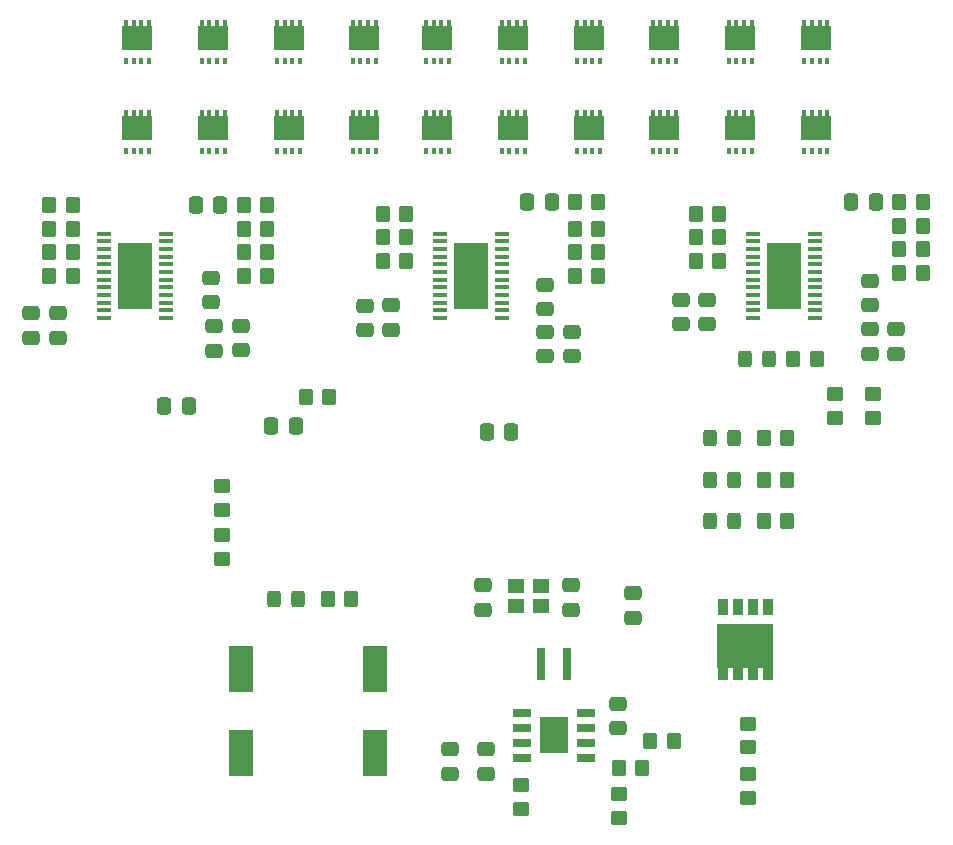
<source format=gbr>
%TF.GenerationSoftware,KiCad,Pcbnew,7.0.8*%
%TF.CreationDate,2023-10-31T17:39:43-05:00*%
%TF.ProjectId,Resistor Bank Control Board,52657369-7374-46f7-9220-42616e6b2043,rev?*%
%TF.SameCoordinates,Original*%
%TF.FileFunction,Paste,Top*%
%TF.FilePolarity,Positive*%
%FSLAX46Y46*%
G04 Gerber Fmt 4.6, Leading zero omitted, Abs format (unit mm)*
G04 Created by KiCad (PCBNEW 7.0.8) date 2023-10-31 17:39:43*
%MOMM*%
%LPD*%
G01*
G04 APERTURE LIST*
G04 Aperture macros list*
%AMRoundRect*
0 Rectangle with rounded corners*
0 $1 Rounding radius*
0 $2 $3 $4 $5 $6 $7 $8 $9 X,Y pos of 4 corners*
0 Add a 4 corners polygon primitive as box body*
4,1,4,$2,$3,$4,$5,$6,$7,$8,$9,$2,$3,0*
0 Add four circle primitives for the rounded corners*
1,1,$1+$1,$2,$3*
1,1,$1+$1,$4,$5*
1,1,$1+$1,$6,$7*
1,1,$1+$1,$8,$9*
0 Add four rect primitives between the rounded corners*
20,1,$1+$1,$2,$3,$4,$5,0*
20,1,$1+$1,$4,$5,$6,$7,0*
20,1,$1+$1,$6,$7,$8,$9,0*
20,1,$1+$1,$8,$9,$2,$3,0*%
G04 Aperture macros list end*
%ADD10R,0.400000X0.600000*%
%ADD11R,0.400000X0.550000*%
%ADD12R,2.650000X2.030000*%
%ADD13RoundRect,0.250000X-0.337500X-0.475000X0.337500X-0.475000X0.337500X0.475000X-0.337500X0.475000X0*%
%ADD14RoundRect,0.250000X-0.475000X0.337500X-0.475000X-0.337500X0.475000X-0.337500X0.475000X0.337500X0*%
%ADD15RoundRect,0.250000X-0.350000X-0.450000X0.350000X-0.450000X0.350000X0.450000X-0.350000X0.450000X0*%
%ADD16R,2.000000X4.000000*%
%ADD17RoundRect,0.250000X-0.450000X0.350000X-0.450000X-0.350000X0.450000X-0.350000X0.450000X0.350000X0*%
%ADD18RoundRect,0.250000X0.337500X0.475000X-0.337500X0.475000X-0.337500X-0.475000X0.337500X-0.475000X0*%
%ADD19RoundRect,0.250000X-0.325000X-0.450000X0.325000X-0.450000X0.325000X0.450000X-0.325000X0.450000X0*%
%ADD20R,0.800000X2.700000*%
%ADD21RoundRect,0.250000X0.475000X-0.337500X0.475000X0.337500X-0.475000X0.337500X-0.475000X-0.337500X0*%
%ADD22R,1.400000X1.200000*%
%ADD23RoundRect,0.250000X0.350000X0.450000X-0.350000X0.450000X-0.350000X-0.450000X0.350000X-0.450000X0*%
%ADD24R,1.150000X0.400000*%
%ADD25R,2.840000X5.630000*%
%ADD26R,1.525000X0.650000*%
%ADD27R,2.400000X3.100000*%
%ADD28R,0.850000X1.450000*%
%ADD29R,0.850000X1.050000*%
%ADD30R,4.700000X3.750000*%
%ADD31RoundRect,0.250000X0.450000X-0.350000X0.450000X0.350000X-0.450000X0.350000X-0.450000X-0.350000X0*%
G04 APERTURE END LIST*
D10*
%TO.C,Q17*%
X112965000Y-83690000D03*
X113615000Y-83690000D03*
X114265000Y-83690000D03*
X114915000Y-83690000D03*
D11*
X114915000Y-80465000D03*
X114265000Y-80465000D03*
X113615000Y-80465000D03*
X112965000Y-80465000D03*
D12*
X113940000Y-81755000D03*
%TD*%
D13*
%TO.C,C11*%
X97000000Y-105250000D03*
X99075000Y-105250000D03*
%TD*%
%TO.C,C8*%
X106085000Y-106938000D03*
X108160000Y-106938000D03*
%TD*%
D14*
%TO.C,C19*%
X116250000Y-96750000D03*
X116250000Y-98825000D03*
%TD*%
%TO.C,C3*%
X124230000Y-134342500D03*
X124230000Y-136417500D03*
%TD*%
D10*
%TO.C,Q4*%
X112965000Y-76050000D03*
X113615000Y-76050000D03*
X114265000Y-76050000D03*
X114915000Y-76050000D03*
D11*
X114915000Y-72825000D03*
X114265000Y-72825000D03*
X113615000Y-72825000D03*
X112965000Y-72825000D03*
D12*
X113940000Y-74115000D03*
%TD*%
D15*
%TO.C,R29*%
X131750000Y-94250000D03*
X133750000Y-94250000D03*
%TD*%
D16*
%TO.C,C6*%
X114830000Y-127540000D03*
X114830000Y-134640000D03*
%TD*%
D14*
%TO.C,C12*%
X123960000Y-120450000D03*
X123960000Y-122525000D03*
%TD*%
D10*
%TO.C,Q7*%
X131965000Y-76050000D03*
X132615000Y-76050000D03*
X133265000Y-76050000D03*
X133915000Y-76050000D03*
D11*
X133915000Y-72825000D03*
X133265000Y-72825000D03*
X132615000Y-72825000D03*
X131965000Y-72825000D03*
D12*
X132940000Y-74115000D03*
%TD*%
D15*
%TO.C,R33*%
X150250000Y-101250000D03*
X152250000Y-101250000D03*
%TD*%
D10*
%TO.C,Q2*%
X100165000Y-76050000D03*
X100815000Y-76050000D03*
X101465000Y-76050000D03*
X102115000Y-76050000D03*
D11*
X102115000Y-72825000D03*
X101465000Y-72825000D03*
X100815000Y-72825000D03*
X100165000Y-72825000D03*
D12*
X101140000Y-74115000D03*
%TD*%
D14*
%TO.C,C14*%
X101250000Y-98500000D03*
X101250000Y-100575000D03*
%TD*%
D16*
%TO.C,C7*%
X103480000Y-127540000D03*
X103480000Y-134640000D03*
%TD*%
D17*
%TO.C,R1*%
X127230000Y-137380000D03*
X127230000Y-139380000D03*
%TD*%
D18*
%TO.C,C23*%
X129825000Y-88000000D03*
X127750000Y-88000000D03*
%TD*%
D14*
%TO.C,C27*%
X156750000Y-94675000D03*
X156750000Y-96750000D03*
%TD*%
D15*
%TO.C,R19*%
X103750000Y-90250000D03*
X105750000Y-90250000D03*
%TD*%
D13*
%TO.C,C9*%
X124335000Y-107438000D03*
X126410000Y-107438000D03*
%TD*%
D10*
%TO.C,Q15*%
X106565000Y-83690000D03*
X107215000Y-83690000D03*
X107865000Y-83690000D03*
X108515000Y-83690000D03*
D11*
X108515000Y-80465000D03*
X107865000Y-80465000D03*
X107215000Y-80465000D03*
X106565000Y-80465000D03*
D12*
X107540000Y-81755000D03*
%TD*%
D14*
%TO.C,C22*%
X131500000Y-99000000D03*
X131500000Y-101075000D03*
%TD*%
%TO.C,C13*%
X131460000Y-120450000D03*
X131460000Y-122525000D03*
%TD*%
D17*
%TO.C,R3*%
X146400000Y-136420000D03*
X146400000Y-138420000D03*
%TD*%
D10*
%TO.C,Q18*%
X144810000Y-83690000D03*
X145460000Y-83690000D03*
X146110000Y-83690000D03*
X146760000Y-83690000D03*
D11*
X146760000Y-80465000D03*
X146110000Y-80465000D03*
X145460000Y-80465000D03*
X144810000Y-80465000D03*
D12*
X145785000Y-81755000D03*
%TD*%
D14*
%TO.C,C1*%
X88000000Y-97425000D03*
X88000000Y-99500000D03*
%TD*%
%TO.C,C21*%
X129250000Y-95000000D03*
X129250000Y-97075000D03*
%TD*%
D19*
%TO.C,D1*%
X106290000Y-121590000D03*
X108340000Y-121590000D03*
%TD*%
D14*
%TO.C,C18*%
X114000000Y-96787500D03*
X114000000Y-98862500D03*
%TD*%
D10*
%TO.C,Q20*%
X151210000Y-83690000D03*
X151860000Y-83690000D03*
X152510000Y-83690000D03*
X153160000Y-83690000D03*
D11*
X153160000Y-80465000D03*
X152510000Y-80465000D03*
X151860000Y-80465000D03*
X151210000Y-80465000D03*
D12*
X152185000Y-81755000D03*
%TD*%
D15*
%TO.C,R30*%
X131750000Y-88000000D03*
X133750000Y-88000000D03*
%TD*%
%TO.C,R35*%
X159250000Y-90000000D03*
X161250000Y-90000000D03*
%TD*%
D10*
%TO.C,Q5*%
X119165000Y-76050000D03*
X119815000Y-76050000D03*
X120465000Y-76050000D03*
X121115000Y-76050000D03*
D11*
X121115000Y-72825000D03*
X120465000Y-72825000D03*
X119815000Y-72825000D03*
X119165000Y-72825000D03*
D12*
X120140000Y-74115000D03*
%TD*%
D15*
%TO.C,R38*%
X159250000Y-88000000D03*
X161250000Y-88000000D03*
%TD*%
D14*
%TO.C,C15*%
X101000000Y-94425000D03*
X101000000Y-96500000D03*
%TD*%
D17*
%TO.C,R2*%
X146400000Y-132170000D03*
X146400000Y-134170000D03*
%TD*%
D15*
%TO.C,R23*%
X115500000Y-89000000D03*
X117500000Y-89000000D03*
%TD*%
%TO.C,R11*%
X147750000Y-111500000D03*
X149750000Y-111500000D03*
%TD*%
%TO.C,R20*%
X103750000Y-92250000D03*
X105750000Y-92250000D03*
%TD*%
D20*
%TO.C,L1*%
X131080000Y-127130000D03*
X128880000Y-127130000D03*
%TD*%
D17*
%TO.C,R14*%
X153790000Y-104270000D03*
X153790000Y-106270000D03*
%TD*%
D21*
%TO.C,C10*%
X136660000Y-123188000D03*
X136660000Y-121113000D03*
%TD*%
D15*
%TO.C,R4*%
X138150000Y-133590000D03*
X140150000Y-133590000D03*
%TD*%
D14*
%TO.C,C28*%
X159000000Y-98750000D03*
X159000000Y-100825000D03*
%TD*%
D15*
%TO.C,R12*%
X147750000Y-108000000D03*
X149750000Y-108000000D03*
%TD*%
D10*
%TO.C,Q1*%
X93765000Y-76050000D03*
X94415000Y-76050000D03*
X95065000Y-76050000D03*
X95715000Y-76050000D03*
D11*
X95715000Y-72825000D03*
X95065000Y-72825000D03*
X94415000Y-72825000D03*
X93765000Y-72825000D03*
D12*
X94740000Y-74115000D03*
%TD*%
D10*
%TO.C,Q16*%
X138365000Y-83690000D03*
X139015000Y-83690000D03*
X139665000Y-83690000D03*
X140315000Y-83690000D03*
D11*
X140315000Y-80465000D03*
X139665000Y-80465000D03*
X139015000Y-80465000D03*
X138365000Y-80465000D03*
D12*
X139340000Y-81755000D03*
%TD*%
D15*
%TO.C,R32*%
X142000000Y-91000000D03*
X144000000Y-91000000D03*
%TD*%
%TO.C,R37*%
X159250000Y-94000000D03*
X161250000Y-94000000D03*
%TD*%
%TO.C,R21*%
X103750000Y-94250000D03*
X105750000Y-94250000D03*
%TD*%
D22*
%TO.C,Y1*%
X128950000Y-120471250D03*
X126750000Y-120471250D03*
X126750000Y-122171250D03*
X128950000Y-122171250D03*
%TD*%
D18*
%TO.C,C17*%
X101750000Y-88250000D03*
X99675000Y-88250000D03*
%TD*%
D10*
%TO.C,Q9*%
X144810000Y-76050000D03*
X145460000Y-76050000D03*
X146110000Y-76050000D03*
X146760000Y-76050000D03*
D11*
X146760000Y-72825000D03*
X146110000Y-72825000D03*
X145460000Y-72825000D03*
X144810000Y-72825000D03*
D12*
X145785000Y-74115000D03*
%TD*%
D15*
%TO.C,R16*%
X87250000Y-90250000D03*
X89250000Y-90250000D03*
%TD*%
D18*
%TO.C,C29*%
X157250000Y-88000000D03*
X155175000Y-88000000D03*
%TD*%
D10*
%TO.C,Q13*%
X100165000Y-83690000D03*
X100815000Y-83690000D03*
X101465000Y-83690000D03*
X102115000Y-83690000D03*
D11*
X102115000Y-80465000D03*
X101465000Y-80465000D03*
X100815000Y-80465000D03*
X100165000Y-80465000D03*
D12*
X101140000Y-81755000D03*
%TD*%
D15*
%TO.C,R26*%
X142000000Y-93000000D03*
X144000000Y-93000000D03*
%TD*%
D17*
%TO.C,R13*%
X157040000Y-104270000D03*
X157040000Y-106270000D03*
%TD*%
D23*
%TO.C,R5*%
X137480000Y-135880000D03*
X135480000Y-135880000D03*
%TD*%
D10*
%TO.C,Q19*%
X119165000Y-83690000D03*
X119815000Y-83690000D03*
X120465000Y-83690000D03*
X121115000Y-83690000D03*
D11*
X121115000Y-80465000D03*
X120465000Y-80465000D03*
X119815000Y-80465000D03*
X119165000Y-80465000D03*
D12*
X120140000Y-81755000D03*
%TD*%
D15*
%TO.C,R28*%
X131750000Y-92250000D03*
X133750000Y-92250000D03*
%TD*%
D23*
%TO.C,R34*%
X111000000Y-104500000D03*
X109000000Y-104500000D03*
%TD*%
D14*
%TO.C,C20*%
X129250000Y-99000000D03*
X129250000Y-101075000D03*
%TD*%
D10*
%TO.C,Q14*%
X131965000Y-83690000D03*
X132615000Y-83690000D03*
X133265000Y-83690000D03*
X133915000Y-83690000D03*
D11*
X133915000Y-80465000D03*
X133265000Y-80465000D03*
X132615000Y-80465000D03*
X131965000Y-80465000D03*
D12*
X132940000Y-81755000D03*
%TD*%
D15*
%TO.C,R24*%
X115500000Y-91000000D03*
X117500000Y-91000000D03*
%TD*%
%TO.C,R31*%
X142000000Y-89000000D03*
X144000000Y-89000000D03*
%TD*%
D24*
%TO.C,U2*%
X120375000Y-90675000D03*
X120375000Y-91325000D03*
X120375000Y-91975000D03*
X120375000Y-92625000D03*
X120375000Y-93275000D03*
X120375000Y-93925000D03*
X120375000Y-94575000D03*
X120375000Y-95225000D03*
X120375000Y-95875000D03*
X120375000Y-96525000D03*
X120375000Y-97175000D03*
X120375000Y-97825000D03*
X125625000Y-97825000D03*
X125625000Y-97175000D03*
X125625000Y-96525000D03*
X125625000Y-95875000D03*
X125625000Y-95225000D03*
X125625000Y-94575000D03*
X125625000Y-93925000D03*
X125625000Y-93275000D03*
X125625000Y-92625000D03*
X125625000Y-91975000D03*
X125625000Y-91325000D03*
X125625000Y-90675000D03*
D25*
X123000000Y-94250000D03*
%TD*%
D14*
%TO.C,C16*%
X103500000Y-98462500D03*
X103500000Y-100537500D03*
%TD*%
D26*
%TO.C,IC23*%
X127268000Y-131225000D03*
X127268000Y-132495000D03*
X127268000Y-133765000D03*
X127268000Y-135035000D03*
X132692000Y-135035000D03*
X132692000Y-133765000D03*
X132692000Y-132495000D03*
X132692000Y-131225000D03*
D27*
X129980000Y-133130000D03*
%TD*%
D15*
%TO.C,R18*%
X87250000Y-94250000D03*
X89250000Y-94250000D03*
%TD*%
%TO.C,R27*%
X131750000Y-90250000D03*
X133750000Y-90250000D03*
%TD*%
D17*
%TO.C,R6*%
X135480000Y-138130000D03*
X135480000Y-140130000D03*
%TD*%
D15*
%TO.C,R25*%
X115500000Y-93000000D03*
X117500000Y-93000000D03*
%TD*%
D14*
%TO.C,C2*%
X85750000Y-97425000D03*
X85750000Y-99500000D03*
%TD*%
D10*
%TO.C,Q11*%
X93765000Y-83690000D03*
X94415000Y-83690000D03*
X95065000Y-83690000D03*
X95715000Y-83690000D03*
D11*
X95715000Y-80465000D03*
X95065000Y-80465000D03*
X94415000Y-80465000D03*
X93765000Y-80465000D03*
D12*
X94740000Y-81755000D03*
%TD*%
D10*
%TO.C,Q12*%
X125565000Y-83690000D03*
X126215000Y-83690000D03*
X126865000Y-83690000D03*
X127515000Y-83690000D03*
D11*
X127515000Y-80465000D03*
X126865000Y-80465000D03*
X126215000Y-80465000D03*
X125565000Y-80465000D03*
D12*
X126540000Y-81755000D03*
%TD*%
D14*
%TO.C,C25*%
X140740000Y-96250000D03*
X140740000Y-98325000D03*
%TD*%
%TO.C,C5*%
X135390000Y-130462500D03*
X135390000Y-132537500D03*
%TD*%
D10*
%TO.C,Q8*%
X138365000Y-76050000D03*
X139015000Y-76050000D03*
X139665000Y-76050000D03*
X140315000Y-76050000D03*
D11*
X140315000Y-72825000D03*
X139665000Y-72825000D03*
X139015000Y-72825000D03*
X138365000Y-72825000D03*
D12*
X139340000Y-74115000D03*
%TD*%
D28*
%TO.C,Q21*%
X148104600Y-122271750D03*
X146834600Y-122271750D03*
X145564600Y-122271750D03*
X144294600Y-122271750D03*
D29*
X144294600Y-127971750D03*
X145564600Y-127971750D03*
X146834600Y-127971750D03*
X148104600Y-127971750D03*
D30*
X146199600Y-125571750D03*
%TD*%
D14*
%TO.C,C4*%
X121220000Y-134342500D03*
X121220000Y-136417500D03*
%TD*%
D24*
%TO.C,U3*%
X146875000Y-90675000D03*
X146875000Y-91325000D03*
X146875000Y-91975000D03*
X146875000Y-92625000D03*
X146875000Y-93275000D03*
X146875000Y-93925000D03*
X146875000Y-94575000D03*
X146875000Y-95225000D03*
X146875000Y-95875000D03*
X146875000Y-96525000D03*
X146875000Y-97175000D03*
X146875000Y-97825000D03*
X152125000Y-97825000D03*
X152125000Y-97175000D03*
X152125000Y-96525000D03*
X152125000Y-95875000D03*
X152125000Y-95225000D03*
X152125000Y-94575000D03*
X152125000Y-93925000D03*
X152125000Y-93275000D03*
X152125000Y-92625000D03*
X152125000Y-91975000D03*
X152125000Y-91325000D03*
X152125000Y-90675000D03*
D25*
X149500000Y-94250000D03*
%TD*%
D14*
%TO.C,C26*%
X156750000Y-98750000D03*
X156750000Y-100825000D03*
%TD*%
D19*
%TO.C,D5*%
X146200000Y-101250000D03*
X148250000Y-101250000D03*
%TD*%
D15*
%TO.C,R15*%
X87250000Y-88250000D03*
X89250000Y-88250000D03*
%TD*%
%TO.C,R36*%
X159250000Y-92000000D03*
X161250000Y-92000000D03*
%TD*%
D19*
%TO.C,D4*%
X143225000Y-108000000D03*
X145275000Y-108000000D03*
%TD*%
D15*
%TO.C,R9*%
X110840000Y-121590000D03*
X112840000Y-121590000D03*
%TD*%
D24*
%TO.C,U1*%
X91875000Y-90675000D03*
X91875000Y-91325000D03*
X91875000Y-91975000D03*
X91875000Y-92625000D03*
X91875000Y-93275000D03*
X91875000Y-93925000D03*
X91875000Y-94575000D03*
X91875000Y-95225000D03*
X91875000Y-95875000D03*
X91875000Y-96525000D03*
X91875000Y-97175000D03*
X91875000Y-97825000D03*
X97125000Y-97825000D03*
X97125000Y-97175000D03*
X97125000Y-96525000D03*
X97125000Y-95875000D03*
X97125000Y-95225000D03*
X97125000Y-94575000D03*
X97125000Y-93925000D03*
X97125000Y-93275000D03*
X97125000Y-92625000D03*
X97125000Y-91975000D03*
X97125000Y-91325000D03*
X97125000Y-90675000D03*
D25*
X94500000Y-94250000D03*
%TD*%
D10*
%TO.C,Q3*%
X106565000Y-76050000D03*
X107215000Y-76050000D03*
X107865000Y-76050000D03*
X108515000Y-76050000D03*
D11*
X108515000Y-72825000D03*
X107865000Y-72825000D03*
X107215000Y-72825000D03*
X106565000Y-72825000D03*
D12*
X107540000Y-74115000D03*
%TD*%
D19*
%TO.C,D2*%
X143225000Y-115000000D03*
X145275000Y-115000000D03*
%TD*%
D15*
%TO.C,R10*%
X147750000Y-115000000D03*
X149750000Y-115000000D03*
%TD*%
D19*
%TO.C,D3*%
X143200000Y-111500000D03*
X145250000Y-111500000D03*
%TD*%
D31*
%TO.C,R8*%
X101910000Y-118188000D03*
X101910000Y-116188000D03*
%TD*%
D10*
%TO.C,Q6*%
X125565000Y-76050000D03*
X126215000Y-76050000D03*
X126865000Y-76050000D03*
X127515000Y-76050000D03*
D11*
X127515000Y-72825000D03*
X126865000Y-72825000D03*
X126215000Y-72825000D03*
X125565000Y-72825000D03*
D12*
X126540000Y-74115000D03*
%TD*%
D17*
%TO.C,R7*%
X101910000Y-112040000D03*
X101910000Y-114040000D03*
%TD*%
D15*
%TO.C,R22*%
X103750000Y-88250000D03*
X105750000Y-88250000D03*
%TD*%
D10*
%TO.C,Q10*%
X151210000Y-76050000D03*
X151860000Y-76050000D03*
X152510000Y-76050000D03*
X153160000Y-76050000D03*
D11*
X153160000Y-72825000D03*
X152510000Y-72825000D03*
X151860000Y-72825000D03*
X151210000Y-72825000D03*
D12*
X152185000Y-74115000D03*
%TD*%
D15*
%TO.C,R17*%
X87250000Y-92250000D03*
X89250000Y-92250000D03*
%TD*%
D14*
%TO.C,C24*%
X143000000Y-96250000D03*
X143000000Y-98325000D03*
%TD*%
M02*

</source>
